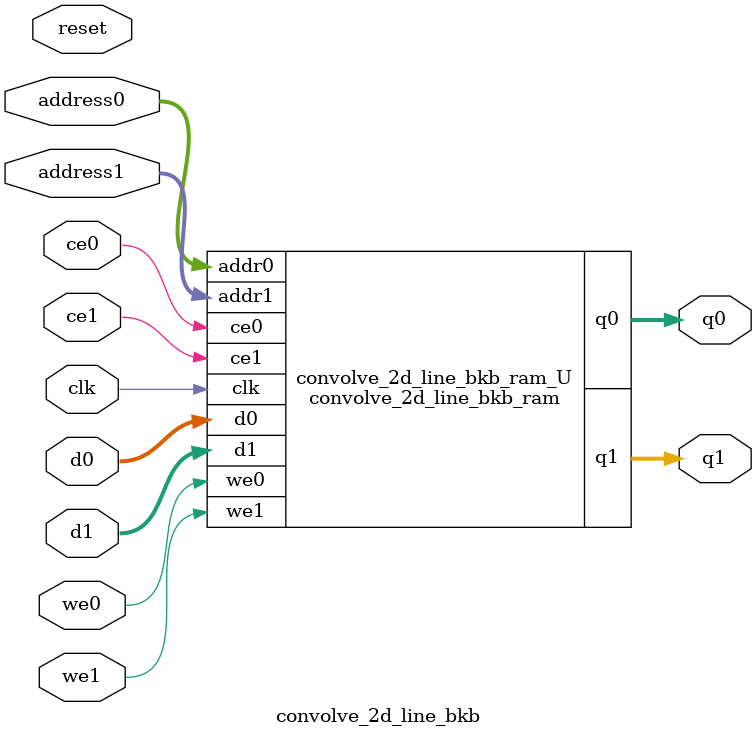
<source format=v>
`timescale 1 ns / 1 ps
module convolve_2d_line_bkb_ram (addr0, ce0, d0, we0, q0, addr1, ce1, d1, we1, q1,  clk);

parameter DWIDTH = 32;
parameter AWIDTH = 4;
parameter MEM_SIZE = 14;

input[AWIDTH-1:0] addr0;
input ce0;
input[DWIDTH-1:0] d0;
input we0;
output reg[DWIDTH-1:0] q0;
input[AWIDTH-1:0] addr1;
input ce1;
input[DWIDTH-1:0] d1;
input we1;
output reg[DWIDTH-1:0] q1;
input clk;

(* ram_style = "block" *)reg [DWIDTH-1:0] ram[0:MEM_SIZE-1];




always @(posedge clk)  
begin 
    if (ce0) 
    begin
        if (we0) 
        begin 
            ram[addr0] <= d0; 
        end 
        q0 <= ram[addr0];
    end
end


always @(posedge clk)  
begin 
    if (ce1) 
    begin
        if (we1) 
        begin 
            ram[addr1] <= d1; 
        end 
        q1 <= ram[addr1];
    end
end


endmodule

`timescale 1 ns / 1 ps
module convolve_2d_line_bkb(
    reset,
    clk,
    address0,
    ce0,
    we0,
    d0,
    q0,
    address1,
    ce1,
    we1,
    d1,
    q1);

parameter DataWidth = 32'd32;
parameter AddressRange = 32'd14;
parameter AddressWidth = 32'd4;
input reset;
input clk;
input[AddressWidth - 1:0] address0;
input ce0;
input we0;
input[DataWidth - 1:0] d0;
output[DataWidth - 1:0] q0;
input[AddressWidth - 1:0] address1;
input ce1;
input we1;
input[DataWidth - 1:0] d1;
output[DataWidth - 1:0] q1;



convolve_2d_line_bkb_ram convolve_2d_line_bkb_ram_U(
    .clk( clk ),
    .addr0( address0 ),
    .ce0( ce0 ),
    .we0( we0 ),
    .d0( d0 ),
    .q0( q0 ),
    .addr1( address1 ),
    .ce1( ce1 ),
    .we1( we1 ),
    .d1( d1 ),
    .q1( q1 ));

endmodule


</source>
